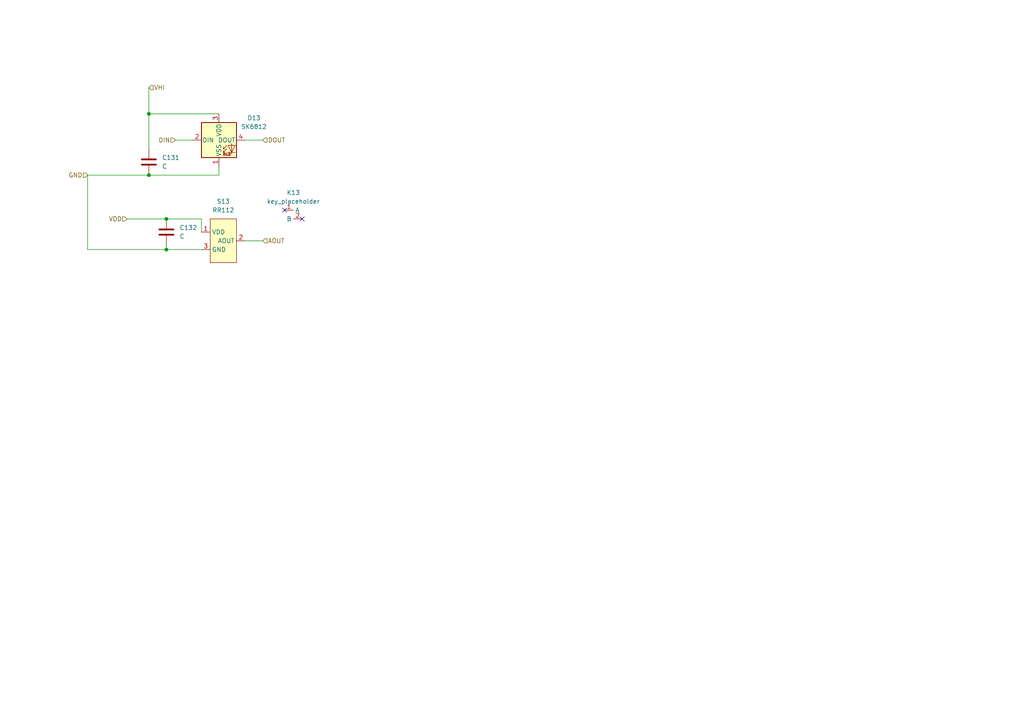
<source format=kicad_sch>
(kicad_sch (version 20250114) (generator "eeschema") (generator_version "9.0")
  (paper "A4")
  (title_block (title "key subschematic") (date "2025-09-28"))
  (lib_symbols
    (symbol "Device:C" (pin_numbers (hide yes)) (pin_names (offset 0.254))
      (property "Reference" "C" (at 0.635 2.54 0))
      (property "Value" "C" (at 0.635 -2.54 0))
      (symbol "C_0_1"
        (polyline (pts (xy -2.032 0.762) (xy 2.032 0.762)) (stroke (width 0.508)))
        (polyline (pts (xy -2.032 -0.762) (xy 2.032 -0.762)) (stroke (width 0.508)))
      )
      (symbol "C_1_1"
        (pin passive line (at 0 3.81 270) (length 2.794) (name "~") (number "1"))
        (pin passive line (at 0 -3.81 90) (length 2.794) (name "~") (number "2"))
      )
    )
    (symbol "LED:SK6812" (pin_names (offset 0.254))
      (property "Reference" "D" (at 5.08 5.715 0))
      (property "Value" "SK6812" (at 1.27 -5.715 0))
      (symbol "SK6812_0_0"
        (text "RGB" (at 2.286 -4.191 0) (effects (font (size 0.762 0.762))))
      )
      (symbol "SK6812_0_1"
        (polyline (pts (xy 1.27 -2.54) (xy 1.778 -2.54)))
        (polyline (pts (xy 1.27 -3.556) (xy 1.778 -3.556)))
        (polyline (pts (xy 2.286 -1.524) (xy 1.27 -2.54) (xy 1.27 -2.032)))
        (polyline (pts (xy 2.286 -2.54) (xy 1.27 -3.556) (xy 1.27 -3.048)))
        (polyline (pts (xy 3.683 -1.016) (xy 3.683 -3.556) (xy 3.683 -4.064)))
        (polyline (pts (xy 4.699 -1.524) (xy 2.667 -1.524) (xy 3.683 -3.556) (xy 4.699 -1.524)))
        (polyline (pts (xy 4.699 -3.556) (xy 2.667 -3.556)))
        (rectangle (start 5.08 5.08) (end -5.08 -5.08) (stroke (width 0.254)) (fill (type background)))
      )
      (symbol "SK6812_1_1"
        (pin input line (at -7.62 0 0) (length 2.54) (name "DIN") (number "2"))
        (pin power_in line (at 0 7.62 270) (length 2.54) (name "VDD") (number "3"))
        (pin power_in line (at 0 -7.62 90) (length 2.54) (name "VSS") (number "1"))
        (pin output line (at 7.62 0 180) (length 2.54) (name "DOUT") (number "4"))
      )
    )
    (symbol "maghand:RR112-1G42-531"
      (property "Reference" "S" (at -0.508 5.08 0))
      (property "Value" "RR112" (at 0 -5.08 0))
      (symbol "RR112-1G42-531_1_1"
        (rectangle (start -3.81 6.35) (end 3.81 -6.35) (fill (type background)))
        (pin power_in line (at -6.35 2.54 0) (length 2.54) (name "VDD") (number "1"))
        (pin power_in line (at -6.35 -2.54 0) (length 2.54) (name "GND") (number "3"))
        (pin output line (at 6.35 0 180) (length 2.54) (name "AOUT") (number "2"))
      )
    )
    (symbol "maghand:keyholder"
      (property "Reference" "K" (at 0 1.27 0))
      (property "Value" "key_placeholder" (at 1.016 -4.064 0))
      (symbol "keyholder_1_1"
        (pin input line (at -2.54 0 0) (length 2.54) (name "A") (number "1"))
        (pin input line (at 2.54 -2.54 180) (length 2.54) (name "B") (number "2"))
      )
    )
  )
  (junction (at 43.18 33.02))
  (junction (at 43.18 50.8))
  (junction (at 48.26 72.39))
  (junction (at 48.26 63.5))
  (no_connect (at 82.55 60.96))
  (no_connect (at 87.63 63.5))
  (wire (pts (xy 25.4 50.8) (xy 25.4 72.39)))
  (wire (pts (xy 43.18 33.02) (xy 63.5 33.02)))
  (wire (pts (xy 48.26 63.5) (xy 58.42 63.5)))
  (wire (pts (xy 25.4 50.8) (xy 43.18 50.8)))
  (wire (pts (xy 48.26 72.39) (xy 25.4 72.39)))
  (wire (pts (xy 43.18 33.02) (xy 43.18 43.18)))
  (wire (pts (xy 43.18 25.4) (xy 43.18 33.02)))
  (wire (pts (xy 43.18 50.8) (xy 63.5 50.8)))
  (wire (pts (xy 48.26 72.39) (xy 48.26 71.12)))
  (wire (pts (xy 36.83 63.5) (xy 48.26 63.5)))
  (wire (pts (xy 50.8 40.64) (xy 55.88 40.64)))
  (wire (pts (xy 71.12 69.85) (xy 76.2 69.85)))
  (wire (pts (xy 58.42 72.39) (xy 48.26 72.39)))
  (wire (pts (xy 71.12 40.64) (xy 76.2 40.64)))
  (wire (pts (xy 58.42 63.5) (xy 58.42 67.31)))
  (wire (pts (xy 63.5 48.26) (xy 63.5 50.8)))
  (hierarchical_label "AOUT" (shape input) (at 76.2 69.85 0))
  (hierarchical_label "VDD" (shape input) (at 36.83 63.5 180))
  (hierarchical_label "DIN" (shape input) (at 50.8 40.64 180))
  (hierarchical_label "VHI" (shape input) (at 43.18 25.4 0))
  (hierarchical_label "GND" (shape input) (at 25.4 50.8 180))
  (hierarchical_label "DOUT" (shape input) (at 76.2 40.64 0))
  (symbol (lib_id "Device:C") (at 48.26 67.31 0) (unit 1)
    (property "Reference" "C002" (at 52.07 66.0399 0) (effects (justify left)))
    (property "Value" "C" (at 52.07 68.5799 0) (effects (justify left)))
    (property "Footprint" "Capacitor_SMD:C_0805_2012Metric_Pad1.18x1.45mm_HandSolder" (effects (hide yes)))
    (property "Description" "Unpolarized capacitor" (effects (hide yes)))
    (instances (project "maghand" (path "" (reference "C132") (unit 1)) (path "" (reference "C012") (unit 1)) (path "" (reference "C102") (unit 1)) (path "" (reference "C122") (unit 1)) (path "" (reference "C032") (unit 1)) (path "" (reference "C002") (unit 1)) (path "" (reference "C022") (unit 1)) (path "" (reference "C112") (unit 1)) (path "" (reference "C532") (unit 1)) (path "" (reference "C412") (unit 1)) (path "" (reference "C502") (unit 1)) (path "" (reference "C522") (unit 1)) (path "" (reference "C432") (unit 1)) (path "" (reference "C402") (unit 1)) (path "" (reference "C422") (unit 1)) (path "" (reference "C512") (unit 1)) (path "" (reference "C332") (unit 1)) (path "" (reference "C212") (unit 1)) (path "" (reference "C302") (unit 1)) (path "" (reference "C322") (unit 1)) (path "" (reference "C232") (unit 1)) (path "" (reference "C202") (unit 1)) (path "" (reference "C222") (unit 1)) (path "" (reference "C312") (unit 1))))
  )
  (symbol (lib_id "Device:C") (at 43.18 46.99 0) (unit 1)
    (property "Reference" "C001" (at 46.99 45.7199 0) (effects (justify left)))
    (property "Value" "C" (at 46.99 48.2599 0) (effects (justify left)))
    (property "Footprint" "Capacitor_SMD:C_0805_2012Metric_Pad1.18x1.45mm_HandSolder" (effects (hide yes)))
    (property "Description" "Unpolarized capacitor" (effects (hide yes)))
    (instances (project "maghand" (path "" (reference "C131") (unit 1)) (path "" (reference "C011") (unit 1)) (path "" (reference "C101") (unit 1)) (path "" (reference "C121") (unit 1)) (path "" (reference "C031") (unit 1)) (path "" (reference "C001") (unit 1)) (path "" (reference "C021") (unit 1)) (path "" (reference "C111") (unit 1)) (path "" (reference "C531") (unit 1)) (path "" (reference "C411") (unit 1)) (path "" (reference "C501") (unit 1)) (path "" (reference "C521") (unit 1)) (path "" (reference "C431") (unit 1)) (path "" (reference "C401") (unit 1)) (path "" (reference "C421") (unit 1)) (path "" (reference "C511") (unit 1)) (path "" (reference "C331") (unit 1)) (path "" (reference "C211") (unit 1)) (path "" (reference "C301") (unit 1)) (path "" (reference "C321") (unit 1)) (path "" (reference "C231") (unit 1)) (path "" (reference "C201") (unit 1)) (path "" (reference "C221") (unit 1)) (path "" (reference "C311") (unit 1))))
  )
  (symbol (lib_id "maghand:keyholder") (at 85.09 60.96 0) (unit 1)
    (property "Reference" "K00" (at 85.09 55.88 0))
    (property "Value" "key_placeholder" (at 85.09 58.42 0))
    (property "Footprint" "maghand:Key Holder" (effects (hide yes)))
    (instances (project "maghand" (path "" (reference "K13") (unit 1)) (path "" (reference "K01") (unit 1)) (path "" (reference "K10") (unit 1)) (path "" (reference "K12") (unit 1)) (path "" (reference "K03") (unit 1)) (path "" (reference "K00") (unit 1)) (path "" (reference "K02") (unit 1)) (path "" (reference "K11") (unit 1)) (path "" (reference "K53") (unit 1)) (path "" (reference "K41") (unit 1)) (path "" (reference "K50") (unit 1)) (path "" (reference "K52") (unit 1)) (path "" (reference "K43") (unit 1)) (path "" (reference "K40") (unit 1)) (path "" (reference "K42") (unit 1)) (path "" (reference "K51") (unit 1)) (path "" (reference "K33") (unit 1)) (path "" (reference "K21") (unit 1)) (path "" (reference "K30") (unit 1)) (path "" (reference "K32") (unit 1)) (path "" (reference "K23") (unit 1)) (path "" (reference "K20") (unit 1)) (path "" (reference "K22") (unit 1)) (path "" (reference "K31") (unit 1))))
  )
  (symbol (lib_id "LED:SK6812") (at 63.5 40.64 0) (unit 1)
    (property "Reference" "D00" (at 73.66 34.2198 0))
    (property "Value" "SK6812" (at 73.66 36.7598 0))
    (property "Footprint" "LED_SMD:LED_SK6812_PLCC4_5.0x5.0mm_P3.2mm" (effects (hide yes)))
    (property "Datasheet" "https://cdn-shop.adafruit.com/product-files/1138/SK6812+LED+datasheet+.pdf" (effects (hide yes)))
    (property "Description" "RGB LED with integrated controller" (effects (hide yes)))
    (instances (project "maghand" (path "" (reference "D13") (unit 1)) (path "" (reference "D01") (unit 1)) (path "" (reference "D10") (unit 1)) (path "" (reference "D12") (unit 1)) (path "" (reference "D03") (unit 1)) (path "" (reference "D00") (unit 1)) (path "" (reference "D02") (unit 1)) (path "" (reference "D11") (unit 1)) (path "" (reference "D53") (unit 1)) (path "" (reference "D41") (unit 1)) (path "" (reference "D50") (unit 1)) (path "" (reference "D52") (unit 1)) (path "" (reference "D43") (unit 1)) (path "" (reference "D40") (unit 1)) (path "" (reference "D42") (unit 1)) (path "" (reference "D51") (unit 1)) (path "" (reference "D33") (unit 1)) (path "" (reference "D21") (unit 1)) (path "" (reference "D30") (unit 1)) (path "" (reference "D32") (unit 1)) (path "" (reference "D23") (unit 1)) (path "" (reference "D20") (unit 1)) (path "" (reference "D22") (unit 1)) (path "" (reference "D31") (unit 1))))
  )
  (symbol (lib_id "maghand:RR112-1G42-531") (at 64.77 69.85 0) (unit 1)
    (property "Reference" "S00" (at 64.77 58.42 0))
    (property "Value" "RR112" (at 64.77 60.96 0))
    (property "Footprint" "Package_TO_SOT_SMD:SOT-23_Handsoldering" (effects (hide yes)))
    (instances (project "maghand" (path "" (reference "S13") (unit 1)) (path "" (reference "S01") (unit 1)) (path "" (reference "S10") (unit 1)) (path "" (reference "S12") (unit 1)) (path "" (reference "S03") (unit 1)) (path "" (reference "S00") (unit 1)) (path "" (reference "S02") (unit 1)) (path "" (reference "S11") (unit 1)) (path "" (reference "S53") (unit 1)) (path "" (reference "S41") (unit 1)) (path "" (reference "S50") (unit 1)) (path "" (reference "S52") (unit 1)) (path "" (reference "S43") (unit 1)) (path "" (reference "S40") (unit 1)) (path "" (reference "S42") (unit 1)) (path "" (reference "S51") (unit 1)) (path "" (reference "S33") (unit 1)) (path "" (reference "S21") (unit 1)) (path "" (reference "S30") (unit 1)) (path "" (reference "S32") (unit 1)) (path "" (reference "S23") (unit 1)) (path "" (reference "S20") (unit 1)) (path "" (reference "S22") (unit 1)) (path "" (reference "S31") (unit 1))))
  )
)
</source>
